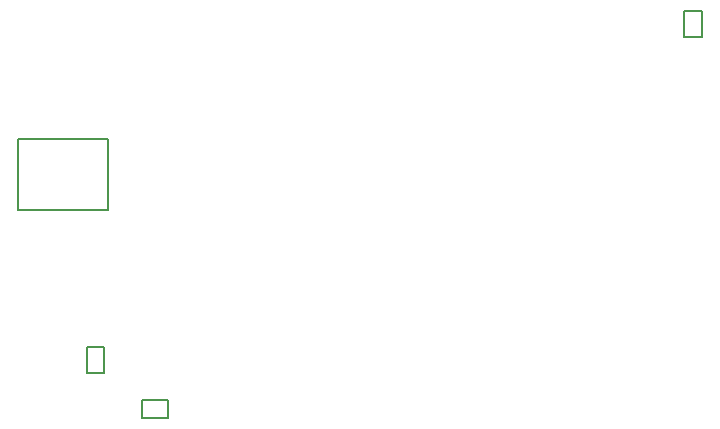
<source format=gbr>
%TF.GenerationSoftware,Altium Limited,Altium Designer,24.7.2 (38)*%
G04 Layer_Color=32896*
%FSLAX43Y43*%
%MOMM*%
%TF.SameCoordinates,3DDE4B3C-03A5-4BC3-9972-2EF5A5DF1AA7*%
%TF.FilePolarity,Positive*%
%TF.FileFunction,Other,Bottom_3D_Body*%
%TF.Part,Single*%
G01*
G75*
%TA.AperFunction,NonConductor*%
%ADD81C,0.200*%
D81*
X26650Y200025D02*
X34250D01*
X26650Y194075D02*
Y200025D01*
Y194075D02*
X34250D01*
Y200025D01*
X83050Y208675D02*
Y210875D01*
Y208675D02*
X84500D01*
Y210875D01*
X83050D02*
X84500D01*
X32465Y180290D02*
Y182490D01*
Y180290D02*
X33915D01*
Y182490D01*
X32465D02*
X33915D01*
X37123Y177925D02*
X39323D01*
X37123Y176475D02*
Y177925D01*
Y176475D02*
X39323D01*
Y177925D01*
%TF.MD5,f2736d1028692c3148cd63dba270ba16*%
M02*

</source>
